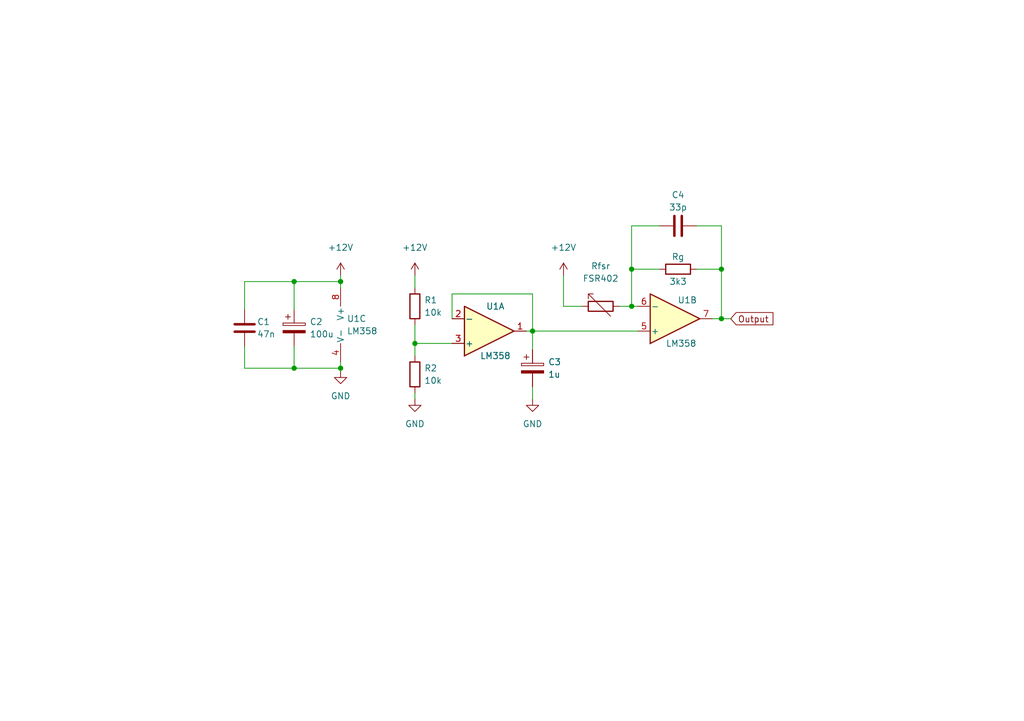
<source format=kicad_sch>
(kicad_sch (version 20211123) (generator eeschema)
  (paper "A5")
  (lib_symbols
    (symbol "Amplifier_Operational:LM358" (pin_names (offset 0.127))
      (property "Reference" "U" (at 0 5.08 0))
      (property "Value" "LM358" (at 0 -5.08 0))
      (symbol "LM358_1_1"
        (polyline (pts (xy -5.08 5.08) (xy 5.08 0) (xy -5.08 -5.08) (xy -5.08 5.08)) (stroke (width 0.254)) (fill (type background)))
        (pin output line (at 7.62 0 180) (length 2.54) (name "~") (number "1"))
        (pin input line (at -7.62 -2.54 0) (length 2.54) (name "-") (number "2"))
        (pin input line (at -7.62 2.54 0) (length 2.54) (name "+") (number "3"))
      )
      (symbol "LM358_2_1"
        (polyline (pts (xy -5.08 5.08) (xy 5.08 0) (xy -5.08 -5.08) (xy -5.08 5.08)) (stroke (width 0.254)) (fill (type background)))
        (pin input line (at -7.62 2.54 0) (length 2.54) (name "+") (number "5"))
        (pin input line (at -7.62 -2.54 0) (length 2.54) (name "-") (number "6"))
        (pin output line (at 7.62 0 180) (length 2.54) (name "~") (number "7"))
      )
      (symbol "LM358_3_1"
        (pin power_in line (at -2.54 -7.62 90) (length 3.81) (name "V-") (number "4"))
        (pin power_in line (at -2.54 7.62 270) (length 3.81) (name "V+") (number "8"))
      )
    )
    (symbol "Device:C" (pin_numbers hide) (pin_names (offset 0.254))
      (property "Reference" "C" (at 0.635 2.54 0))
      (property "Value" "C" (at 0.635 -2.54 0))
      (symbol "C_0_1"
        (polyline (pts (xy -2.032 -0.762) (xy 2.032 -0.762)) (stroke (width 0.508)))
        (polyline (pts (xy -2.032 0.762) (xy 2.032 0.762)) (stroke (width 0.508)))
      )
      (symbol "C_1_1"
        (pin passive line (at 0 3.81 270) (length 2.794) (name "~") (number "1"))
        (pin passive line (at 0 -3.81 90) (length 2.794) (name "~") (number "2"))
      )
    )
    (symbol "Device:C_Polarized" (pin_numbers hide) (pin_names (offset 0.254))
      (property "Reference" "C" (at 0.635 2.54 0))
      (property "Value" "C_Polarized" (at 0.635 -2.54 0))
      (symbol "C_Polarized_0_1"
        (rectangle (start -2.286 0.508) (end 2.286 1.016))
        (polyline (pts (xy -1.778 2.286) (xy -0.762 2.286)))
        (polyline (pts (xy -1.27 2.794) (xy -1.27 1.778)))
        (rectangle (start 2.286 -0.508) (end -2.286 -1.016) (fill (type outline)))
      )
      (symbol "C_Polarized_1_1"
        (pin passive line (at 0 3.81 270) (length 2.794) (name "~") (number "1"))
        (pin passive line (at 0 -3.81 90) (length 2.794) (name "~") (number "2"))
      )
    )
    (symbol "Device:R" (pin_numbers hide) (pin_names (offset 0))
      (property "Reference" "R" (at 2.032 0 90))
      (property "Value" "R" (at 0 0 90))
      (symbol "R_0_1"
        (rectangle (start -1.016 -2.54) (end 1.016 2.54) (stroke (width 0.254)))
      )
      (symbol "R_1_1"
        (pin passive line (at 0 3.81 270) (length 1.27) (name "~") (number "1"))
        (pin passive line (at 0 -3.81 90) (length 1.27) (name "~") (number "2"))
      )
    )
    (symbol "Device:R_Variable" (pin_numbers hide) (pin_names (offset 0))
      (property "Reference" "R" (at 2.54 -2.54 90))
      (property "Value" "R_Variable" (at -2.54 -1.27 90))
      (symbol "R_Variable_0_1"
        (rectangle (start -1.016 -2.54) (end 1.016 2.54) (stroke (width 0.254)))
        (polyline (pts (xy 2.54 1.524) (xy 2.54 2.54) (xy 1.524 2.54) (xy 2.54 2.54) (xy -2.032 -2.032)))
      )
      (symbol "R_Variable_1_1"
        (pin passive line (at 0 3.81 270) (length 1.27) (name "~") (number "1"))
        (pin passive line (at 0 -3.81 90) (length 1.27) (name "~") (number "2"))
      )
    )
    (symbol "power:+12V" (power) (pin_names (offset 0))
      (property "Value" "+12V" (at 0 3.556 0))
      (symbol "+12V_0_1"
        (polyline (pts (xy -0.762 1.27) (xy 0 2.54)))
        (polyline (pts (xy 0 0) (xy 0 2.54)))
        (polyline (pts (xy 0 2.54) (xy 0.762 1.27)))
      )
      (symbol "+12V_1_1"
        (pin power_in line (at 0 0 90) (length 0) hide (name "+12V") (number "1"))
      )
    )
    (symbol "power:GND" (power) (pin_names (offset 0))
      (property "Value" "GND" (at 0 -3.81 0))
      (symbol "GND_0_1"
        (polyline (pts (xy 0 0) (xy 0 -1.27) (xy 1.27 -1.27) (xy 0 -2.54) (xy -1.27 -1.27) (xy 0 -1.27)))
      )
      (symbol "GND_1_1"
        (pin power_in line (at 0 0 270) (length 0) hide (name "GND") (number "1"))
      )
    )
  )
  (junction (at 147.955 65.405))
  (junction (at 129.54 55.245))
  (junction (at 109.22 67.945))
  (junction (at 60.325 57.785))
  (junction (at 85.09 70.485))
  (junction (at 147.955 55.245))
  (junction (at 69.85 75.565))
  (junction (at 60.325 75.565))
  (junction (at 69.85 57.785))
  (junction (at 129.54 62.865))
  (wire (pts (xy 92.71 65.405) (xy 92.71 60.325)))
  (wire (pts (xy 69.85 75.565) (xy 69.85 76.2)))
  (wire (pts (xy 129.54 55.245) (xy 135.255 55.245)))
  (wire (pts (xy 142.875 55.245) (xy 147.955 55.245)))
  (wire (pts (xy 50.165 75.565) (xy 50.165 71.12)))
  (wire (pts (xy 142.875 46.355) (xy 147.955 46.355)))
  (wire (pts (xy 85.09 80.645) (xy 85.09 81.915)))
  (wire (pts (xy 146.05 65.405) (xy 147.955 65.405)))
  (wire (pts (xy 50.165 57.785) (xy 60.325 57.785)))
  (wire (pts (xy 109.22 79.375) (xy 109.22 81.915)))
  (wire (pts (xy 129.54 46.355) (xy 129.54 55.245)))
  (wire (pts (xy 129.54 46.355) (xy 135.255 46.355)))
  (wire (pts (xy 92.71 60.325) (xy 109.22 60.325)))
  (wire (pts (xy 147.955 65.405) (xy 149.86 65.405)))
  (wire (pts (xy 109.22 67.945) (xy 107.95 67.945)))
  (wire (pts (xy 85.09 56.515) (xy 85.09 59.055)))
  (wire (pts (xy 109.22 67.945) (xy 130.81 67.945)))
  (wire (pts (xy 85.09 70.485) (xy 92.71 70.485)))
  (wire (pts (xy 60.325 75.565) (xy 69.85 75.565)))
  (wire (pts (xy 60.325 71.12) (xy 60.325 75.565)))
  (wire (pts (xy 69.85 56.515) (xy 69.85 57.785)))
  (wire (pts (xy 69.85 74.295) (xy 69.85 75.565)))
  (wire (pts (xy 115.57 56.515) (xy 115.57 62.865)))
  (wire (pts (xy 50.165 63.5) (xy 50.165 57.785)))
  (wire (pts (xy 60.325 75.565) (xy 50.165 75.565)))
  (wire (pts (xy 69.85 57.785) (xy 69.85 59.055)))
  (wire (pts (xy 85.09 70.485) (xy 85.09 73.025)))
  (wire (pts (xy 109.22 71.755) (xy 109.22 67.945)))
  (wire (pts (xy 127 62.865) (xy 129.54 62.865)))
  (wire (pts (xy 129.54 55.245) (xy 129.54 62.865)))
  (wire (pts (xy 129.54 62.865) (xy 130.81 62.865)))
  (wire (pts (xy 85.09 66.675) (xy 85.09 70.485)))
  (wire (pts (xy 60.325 57.785) (xy 60.325 63.5)))
  (wire (pts (xy 147.955 46.355) (xy 147.955 55.245)))
  (wire (pts (xy 69.85 57.785) (xy 60.325 57.785)))
  (wire (pts (xy 115.57 62.865) (xy 119.38 62.865)))
  (wire (pts (xy 147.955 55.245) (xy 147.955 65.405)))
  (wire (pts (xy 109.22 60.325) (xy 109.22 67.945)))
  (global_label "Output" (shape input) (at 149.86 65.405 0) (property "Intersheet References" "${INTERSHEET_REFS}" (effects hide)))
  (symbol (lib_id "Device:C") (at 139.065 46.355 90) (unit 1)
    (property "Reference" "C4" (at 139.065 40.005 90))
    (property "Value" "33p" (at 139.065 42.545 90))
  )
  (symbol (lib_id "Device:C_Polarized") (at 109.22 75.565 0) (unit 1)
    (property "Reference" "C3" (at 112.395 74.295 0) (effects (justify left)))
    (property "Value" "1u" (at 112.395 76.835 0) (effects (justify left)))
  )
  (symbol (lib_id "Device:R") (at 139.065 55.245 90) (unit 1)
    (property "Reference" "Rg" (at 139.065 52.705 90))
    (property "Value" "3k3" (at 139.065 57.785 90))
  )
  (symbol (lib_id "power:+12V") (at 69.85 56.515 0) (unit 1)
    (property "Reference" "#PWR?" (effects hide))
    (property "Value" "+12V" (at 69.85 50.8 0))
  )
  (symbol (lib_id "power:GND") (at 85.09 81.915 0) (unit 1)
    (property "Reference" "#PWR04" (effects hide))
    (property "Value" "GND" (at 85.09 86.995 0))
  )
  (symbol (lib_id "Device:C_Polarized") (at 60.325 67.31 0) (unit 1)
    (property "Reference" "C2" (at 63.5 66.04 0) (effects (justify left)))
    (property "Value" "100u" (at 63.5 68.58 0) (effects (justify left)))
  )
  (symbol (lib_id "Amplifier_Operational:LM358") (at 100.33 67.945 0) (mirror x) (unit 1)
    (property "Reference" "U1" (at 101.6 62.865 0))
    (property "Value" "LM358" (at 101.6 73.025 0))
    (property "Datasheet" "http://www.ti.com/lit/ds/symlink/lm2904-n.pdf" (effects hide))
  )
  (symbol (lib_id "Amplifier_Operational:LM358") (at 138.43 65.405 0) (mirror x) (unit 2)
    (property "Reference" "U1" (at 140.97 61.595 0))
    (property "Value" "LM358" (at 139.7 70.485 0))
    (property "Datasheet" "http://www.ti.com/lit/ds/symlink/lm2904-n.pdf" (effects hide))
  )
  (symbol (lib_id "Device:R") (at 85.09 76.835 0) (unit 1)
    (property "Reference" "R2" (at 86.995 75.565 0) (effects (justify left)))
    (property "Value" "10k" (at 86.995 78.105 0) (effects (justify left)))
  )
  (symbol (lib_id "Device:R") (at 85.09 62.865 0) (unit 1)
    (property "Reference" "R1" (at 86.995 61.595 0) (effects (justify left)))
    (property "Value" "10k" (at 86.995 64.135 0) (effects (justify left)))
  )
  (symbol (lib_id "Amplifier_Operational:LM358") (at 72.39 66.675 0) (unit 3)
    (property "Reference" "U1" (at 71.12 65.4049 0) (effects (justify left)))
    (property "Value" "LM358" (at 71.12 67.9449 0) (effects (justify left)))
    (property "Datasheet" "http://www.ti.com/lit/ds/symlink/lm2904-n.pdf" (effects hide))
  )
  (symbol (lib_id "power:+12V") (at 115.57 56.515 0) (unit 1)
    (property "Reference" "#PWR?" (effects hide))
    (property "Value" "+12V" (at 115.57 50.8 0))
  )
  (symbol (lib_id "power:+12V") (at 85.09 56.515 0) (unit 1)
    (property "Reference" "#PWR?" (effects hide))
    (property "Value" "+12V" (at 85.09 50.8 0))
  )
  (symbol (lib_id "Device:R_Variable") (at 123.19 62.865 90) (unit 1)
    (property "Reference" "Rfsr" (at 123.19 54.61 90))
    (property "Value" "FSR402" (at 123.19 57.15 90))
  )
  (symbol (lib_id "Device:C") (at 50.165 67.31 0) (unit 1)
    (property "Reference" "C1" (at 52.705 66.04 0) (effects (justify left)))
    (property "Value" "47n" (at 52.705 68.58 0) (effects (justify left)))
  )
  (symbol (lib_id "power:GND") (at 69.85 76.2 0) (unit 1)
    (property "Reference" "#PWR02" (effects hide))
    (property "Value" "GND" (at 69.85 81.28 0))
  )
  (symbol (lib_id "power:GND") (at 109.22 81.915 0) (unit 1)
    (property "Reference" "#PWR05" (effects hide))
    (property "Value" "GND" (at 109.22 86.995 0))
  )
)
</source>
